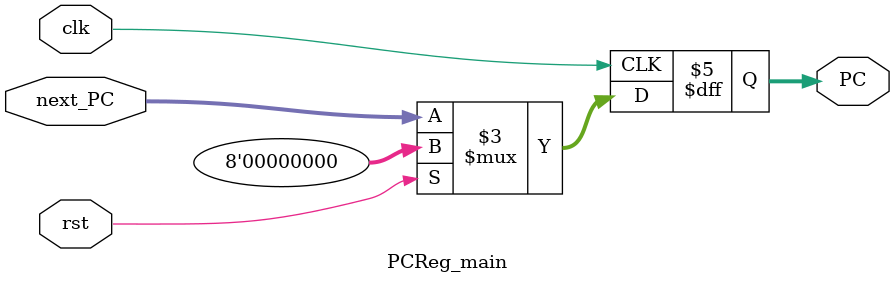
<source format=sv>
module PCReg_main #(
    parameter PC_WIDTH = 8
)(
    input logic clk,
    input logic rst,
    input logic [PC_WIDTH-1:0] next_PC ,
    output logic [PC_WIDTH-1:0] PC 
);

always_ff @(posedge clk) begin
    if(rst)begin 
        PC <= 8'b0;
    end
    else begin
        PC <= next_PC;   
    end
end
    
endmodule

</source>
